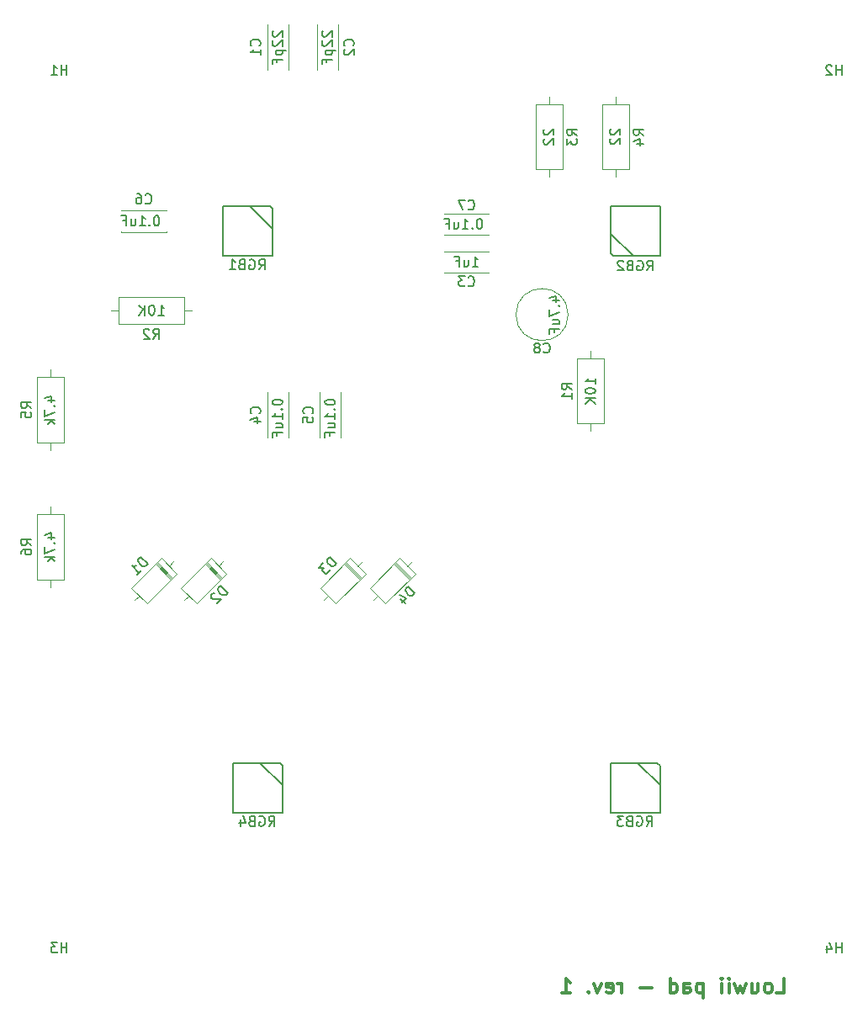
<source format=gbo>
G04 #@! TF.GenerationSoftware,KiCad,Pcbnew,(5.1.4)-1*
G04 #@! TF.CreationDate,2019-10-28T18:01:08-07:00*
G04 #@! TF.ProjectId,louwii-pad,6c6f7577-6969-42d7-9061-642e6b696361,rev?*
G04 #@! TF.SameCoordinates,Original*
G04 #@! TF.FileFunction,Legend,Bot*
G04 #@! TF.FilePolarity,Positive*
%FSLAX46Y46*%
G04 Gerber Fmt 4.6, Leading zero omitted, Abs format (unit mm)*
G04 Created by KiCad (PCBNEW (5.1.4)-1) date 2019-10-28 18:01:08*
%MOMM*%
%LPD*%
G04 APERTURE LIST*
%ADD10C,0.300000*%
%ADD11C,0.120000*%
%ADD12C,0.150000*%
%ADD13C,0.200000*%
G04 APERTURE END LIST*
D10*
X187192857Y-139478571D02*
X187907142Y-139478571D01*
X187907142Y-137978571D01*
X186478571Y-139478571D02*
X186621428Y-139407142D01*
X186692857Y-139335714D01*
X186764285Y-139192857D01*
X186764285Y-138764285D01*
X186692857Y-138621428D01*
X186621428Y-138550000D01*
X186478571Y-138478571D01*
X186264285Y-138478571D01*
X186121428Y-138550000D01*
X186050000Y-138621428D01*
X185978571Y-138764285D01*
X185978571Y-139192857D01*
X186050000Y-139335714D01*
X186121428Y-139407142D01*
X186264285Y-139478571D01*
X186478571Y-139478571D01*
X184692857Y-138478571D02*
X184692857Y-139478571D01*
X185335714Y-138478571D02*
X185335714Y-139264285D01*
X185264285Y-139407142D01*
X185121428Y-139478571D01*
X184907142Y-139478571D01*
X184764285Y-139407142D01*
X184692857Y-139335714D01*
X184121428Y-138478571D02*
X183835714Y-139478571D01*
X183550000Y-138764285D01*
X183264285Y-139478571D01*
X182978571Y-138478571D01*
X182407142Y-139478571D02*
X182407142Y-138478571D01*
X182407142Y-137978571D02*
X182478571Y-138050000D01*
X182407142Y-138121428D01*
X182335714Y-138050000D01*
X182407142Y-137978571D01*
X182407142Y-138121428D01*
X181692857Y-139478571D02*
X181692857Y-138478571D01*
X181692857Y-137978571D02*
X181764285Y-138050000D01*
X181692857Y-138121428D01*
X181621428Y-138050000D01*
X181692857Y-137978571D01*
X181692857Y-138121428D01*
X179835714Y-138478571D02*
X179835714Y-139978571D01*
X179835714Y-138550000D02*
X179692857Y-138478571D01*
X179407142Y-138478571D01*
X179264285Y-138550000D01*
X179192857Y-138621428D01*
X179121428Y-138764285D01*
X179121428Y-139192857D01*
X179192857Y-139335714D01*
X179264285Y-139407142D01*
X179407142Y-139478571D01*
X179692857Y-139478571D01*
X179835714Y-139407142D01*
X177835714Y-139478571D02*
X177835714Y-138692857D01*
X177907142Y-138550000D01*
X178050000Y-138478571D01*
X178335714Y-138478571D01*
X178478571Y-138550000D01*
X177835714Y-139407142D02*
X177978571Y-139478571D01*
X178335714Y-139478571D01*
X178478571Y-139407142D01*
X178550000Y-139264285D01*
X178550000Y-139121428D01*
X178478571Y-138978571D01*
X178335714Y-138907142D01*
X177978571Y-138907142D01*
X177835714Y-138835714D01*
X176478571Y-139478571D02*
X176478571Y-137978571D01*
X176478571Y-139407142D02*
X176621428Y-139478571D01*
X176907142Y-139478571D01*
X177050000Y-139407142D01*
X177121428Y-139335714D01*
X177192857Y-139192857D01*
X177192857Y-138764285D01*
X177121428Y-138621428D01*
X177050000Y-138550000D01*
X176907142Y-138478571D01*
X176621428Y-138478571D01*
X176478571Y-138550000D01*
X174621428Y-138907142D02*
X173478571Y-138907142D01*
X171621428Y-139478571D02*
X171621428Y-138478571D01*
X171621428Y-138764285D02*
X171550000Y-138621428D01*
X171478571Y-138550000D01*
X171335714Y-138478571D01*
X171192857Y-138478571D01*
X170121428Y-139407142D02*
X170264285Y-139478571D01*
X170550000Y-139478571D01*
X170692857Y-139407142D01*
X170764285Y-139264285D01*
X170764285Y-138692857D01*
X170692857Y-138550000D01*
X170550000Y-138478571D01*
X170264285Y-138478571D01*
X170121428Y-138550000D01*
X170050000Y-138692857D01*
X170050000Y-138835714D01*
X170764285Y-138978571D01*
X169550000Y-138478571D02*
X169192857Y-139478571D01*
X168835714Y-138478571D01*
X168264285Y-139335714D02*
X168192857Y-139407142D01*
X168264285Y-139478571D01*
X168335714Y-139407142D01*
X168264285Y-139335714D01*
X168264285Y-139478571D01*
X165621428Y-139478571D02*
X166478571Y-139478571D01*
X166050000Y-139478571D02*
X166050000Y-137978571D01*
X166192857Y-138192857D01*
X166335714Y-138335714D01*
X166478571Y-138407142D01*
D11*
X125263030Y-95703051D02*
X126846949Y-97286970D01*
X126846949Y-97286970D02*
X123848816Y-100285103D01*
X123848816Y-100285103D02*
X122264897Y-98701184D01*
X122264897Y-98701184D02*
X125263030Y-95703051D01*
X126514609Y-96035391D02*
X126054990Y-96495010D01*
X122597237Y-99952763D02*
X123056857Y-99493143D01*
X124753913Y-96212168D02*
X126337832Y-97796087D01*
X124669060Y-96297021D02*
X126252979Y-97880940D01*
X124838766Y-96127315D02*
X126422685Y-97711234D01*
X129838766Y-96127315D02*
X131422685Y-97711234D01*
X129669060Y-96297021D02*
X131252979Y-97880940D01*
X129753913Y-96212168D02*
X131337832Y-97796087D01*
X127597237Y-99952763D02*
X128056857Y-99493143D01*
X131514609Y-96035391D02*
X131054990Y-96495010D01*
X127264897Y-98701184D02*
X130263030Y-95703051D01*
X128848816Y-100285103D02*
X127264897Y-98701184D01*
X131846949Y-97286970D02*
X128848816Y-100285103D01*
X130263030Y-95703051D02*
X131846949Y-97286970D01*
X144263030Y-95703051D02*
X145846949Y-97286970D01*
X145846949Y-97286970D02*
X142848816Y-100285103D01*
X142848816Y-100285103D02*
X141264897Y-98701184D01*
X141264897Y-98701184D02*
X144263030Y-95703051D01*
X145514609Y-96035391D02*
X145054990Y-96495010D01*
X141597237Y-99952763D02*
X142056857Y-99493143D01*
X143753913Y-96212168D02*
X145337832Y-97796087D01*
X143669060Y-96297021D02*
X145252979Y-97880940D01*
X143838766Y-96127315D02*
X145422685Y-97711234D01*
X148838766Y-96127315D02*
X150422685Y-97711234D01*
X148669060Y-96297021D02*
X150252979Y-97880940D01*
X148753913Y-96212168D02*
X150337832Y-97796087D01*
X146597237Y-99952763D02*
X147056857Y-99493143D01*
X150514609Y-96035391D02*
X150054990Y-96495010D01*
X146264897Y-98701184D02*
X149263030Y-95703051D01*
X147848816Y-100285103D02*
X146264897Y-98701184D01*
X150846949Y-97286970D02*
X147848816Y-100285103D01*
X149263030Y-95703051D02*
X150846949Y-97286970D01*
X168500000Y-82920000D02*
X168500000Y-82150000D01*
X168500000Y-74840000D02*
X168500000Y-75610000D01*
X167130000Y-82150000D02*
X167130000Y-75610000D01*
X169870000Y-82150000D02*
X167130000Y-82150000D01*
X169870000Y-75610000D02*
X169870000Y-82150000D01*
X167130000Y-75610000D02*
X169870000Y-75610000D01*
X121010000Y-72170000D02*
X121010000Y-69430000D01*
X121010000Y-69430000D02*
X127550000Y-69430000D01*
X127550000Y-69430000D02*
X127550000Y-72170000D01*
X127550000Y-72170000D02*
X121010000Y-72170000D01*
X120240000Y-70800000D02*
X121010000Y-70800000D01*
X128320000Y-70800000D02*
X127550000Y-70800000D01*
X164300000Y-49280000D02*
X164300000Y-50050000D01*
X164300000Y-57360000D02*
X164300000Y-56590000D01*
X165670000Y-50050000D02*
X165670000Y-56590000D01*
X162930000Y-50050000D02*
X165670000Y-50050000D01*
X162930000Y-56590000D02*
X162930000Y-50050000D01*
X165670000Y-56590000D02*
X162930000Y-56590000D01*
X172370000Y-56590000D02*
X169630000Y-56590000D01*
X169630000Y-56590000D02*
X169630000Y-50050000D01*
X169630000Y-50050000D02*
X172370000Y-50050000D01*
X172370000Y-50050000D02*
X172370000Y-56590000D01*
X171000000Y-57360000D02*
X171000000Y-56590000D01*
X171000000Y-49280000D02*
X171000000Y-50050000D01*
X114100000Y-84820000D02*
X114100000Y-84050000D01*
X114100000Y-76740000D02*
X114100000Y-77510000D01*
X112730000Y-84050000D02*
X112730000Y-77510000D01*
X115470000Y-84050000D02*
X112730000Y-84050000D01*
X115470000Y-77510000D02*
X115470000Y-84050000D01*
X112730000Y-77510000D02*
X115470000Y-77510000D01*
X112730000Y-91310000D02*
X115470000Y-91310000D01*
X115470000Y-91310000D02*
X115470000Y-97850000D01*
X115470000Y-97850000D02*
X112730000Y-97850000D01*
X112730000Y-97850000D02*
X112730000Y-91310000D01*
X114100000Y-90540000D02*
X114100000Y-91310000D01*
X114100000Y-98620000D02*
X114100000Y-97850000D01*
X138055000Y-46570000D02*
X138070000Y-46570000D01*
X135930000Y-46570000D02*
X135945000Y-46570000D01*
X138055000Y-42030000D02*
X138070000Y-42030000D01*
X135930000Y-42030000D02*
X135945000Y-42030000D01*
X138070000Y-42030000D02*
X138070000Y-46570000D01*
X135930000Y-42030000D02*
X135930000Y-46570000D01*
X143070000Y-46570000D02*
X143070000Y-42030000D01*
X140930000Y-46570000D02*
X140930000Y-42030000D01*
X143070000Y-46570000D02*
X143055000Y-46570000D01*
X140945000Y-46570000D02*
X140930000Y-46570000D01*
X143070000Y-42030000D02*
X143055000Y-42030000D01*
X140945000Y-42030000D02*
X140930000Y-42030000D01*
X153730000Y-66970000D02*
X158270000Y-66970000D01*
X153730000Y-64830000D02*
X158270000Y-64830000D01*
X153730000Y-66970000D02*
X153730000Y-66955000D01*
X153730000Y-64845000D02*
X153730000Y-64830000D01*
X158270000Y-66970000D02*
X158270000Y-66955000D01*
X158270000Y-64845000D02*
X158270000Y-64830000D01*
X138055000Y-83570000D02*
X138070000Y-83570000D01*
X135930000Y-83570000D02*
X135945000Y-83570000D01*
X138055000Y-79030000D02*
X138070000Y-79030000D01*
X135930000Y-79030000D02*
X135945000Y-79030000D01*
X138070000Y-79030000D02*
X138070000Y-83570000D01*
X135930000Y-79030000D02*
X135930000Y-83570000D01*
X141230000Y-79030000D02*
X141230000Y-83570000D01*
X143370000Y-79030000D02*
X143370000Y-83570000D01*
X141230000Y-79030000D02*
X141245000Y-79030000D01*
X143355000Y-79030000D02*
X143370000Y-79030000D01*
X141230000Y-83570000D02*
X141245000Y-83570000D01*
X143355000Y-83570000D02*
X143370000Y-83570000D01*
X121230000Y-62855000D02*
X121230000Y-62870000D01*
X121230000Y-60730000D02*
X121230000Y-60745000D01*
X125770000Y-62855000D02*
X125770000Y-62870000D01*
X125770000Y-60730000D02*
X125770000Y-60745000D01*
X125770000Y-62870000D02*
X121230000Y-62870000D01*
X125770000Y-60730000D02*
X121230000Y-60730000D01*
X153730000Y-63170000D02*
X158270000Y-63170000D01*
X153730000Y-61030000D02*
X158270000Y-61030000D01*
X153730000Y-63170000D02*
X153730000Y-63155000D01*
X153730000Y-61045000D02*
X153730000Y-61030000D01*
X158270000Y-63170000D02*
X158270000Y-63155000D01*
X158270000Y-61045000D02*
X158270000Y-61030000D01*
X166220000Y-71200000D02*
G75*
G03X166220000Y-71200000I-2620000J0D01*
G01*
D12*
X134200000Y-60300000D02*
X136500000Y-62550000D01*
D13*
X136200000Y-60300000D02*
X131500000Y-60300000D01*
X136500000Y-60550000D02*
X136500000Y-65300000D01*
X136200000Y-60300000D02*
X136500000Y-60550000D01*
X131500000Y-65300000D02*
X136500000Y-65300000D01*
X131500640Y-60300640D02*
X131500640Y-65299360D01*
X175499360Y-65299360D02*
X175499360Y-60300640D01*
X175500000Y-60300000D02*
X170500000Y-60300000D01*
X170800000Y-65300000D02*
X170500000Y-65050000D01*
X170500000Y-65050000D02*
X170500000Y-60300000D01*
X170800000Y-65300000D02*
X175500000Y-65300000D01*
D12*
X172800000Y-65300000D02*
X170500000Y-63050000D01*
D13*
X170500640Y-116300640D02*
X170500640Y-121299360D01*
X170500000Y-121300000D02*
X175500000Y-121300000D01*
X175200000Y-116300000D02*
X175500000Y-116550000D01*
X175500000Y-116550000D02*
X175500000Y-121300000D01*
X175200000Y-116300000D02*
X170500000Y-116300000D01*
D12*
X173200000Y-116300000D02*
X175500000Y-118550000D01*
X135200000Y-116300000D02*
X137500000Y-118550000D01*
D13*
X137200000Y-116300000D02*
X132500000Y-116300000D01*
X137500000Y-116550000D02*
X137500000Y-121300000D01*
X137200000Y-116300000D02*
X137500000Y-116550000D01*
X132500000Y-121300000D02*
X137500000Y-121300000D01*
X132500640Y-116300640D02*
X132500640Y-121299360D01*
D12*
X123898650Y-96292979D02*
X123191544Y-95585872D01*
X123023185Y-95754231D01*
X122955841Y-95888918D01*
X122955841Y-96023605D01*
X122989513Y-96124620D01*
X123090528Y-96292979D01*
X123191544Y-96393994D01*
X123359902Y-96495010D01*
X123460918Y-96528681D01*
X123595605Y-96528681D01*
X123730292Y-96461338D01*
X123898650Y-96292979D01*
X122821154Y-97370475D02*
X123225215Y-96966414D01*
X123023185Y-97168445D02*
X122316078Y-96461338D01*
X122484437Y-96495010D01*
X122619124Y-96495010D01*
X122720139Y-96461338D01*
X131941793Y-99197969D02*
X131234687Y-98490862D01*
X131066328Y-98659221D01*
X130998984Y-98793908D01*
X130998984Y-98928595D01*
X131032656Y-99029610D01*
X131133671Y-99197969D01*
X131234687Y-99298984D01*
X131403045Y-99400000D01*
X131504061Y-99433671D01*
X131638748Y-99433671D01*
X131773435Y-99366328D01*
X131941793Y-99197969D01*
X130628595Y-99231641D02*
X130561251Y-99231641D01*
X130460236Y-99265312D01*
X130291877Y-99433671D01*
X130258206Y-99534687D01*
X130258206Y-99602030D01*
X130291877Y-99703045D01*
X130359221Y-99770389D01*
X130493908Y-99837732D01*
X131302030Y-99837732D01*
X130864297Y-100275465D01*
X142898650Y-96292979D02*
X142191544Y-95585872D01*
X142023185Y-95754231D01*
X141955841Y-95888918D01*
X141955841Y-96023605D01*
X141989513Y-96124620D01*
X142090528Y-96292979D01*
X142191544Y-96393994D01*
X142359902Y-96495010D01*
X142460918Y-96528681D01*
X142595605Y-96528681D01*
X142730292Y-96461338D01*
X142898650Y-96292979D01*
X141551780Y-96225635D02*
X141114047Y-96663368D01*
X141619124Y-96697040D01*
X141518108Y-96798055D01*
X141484437Y-96899071D01*
X141484437Y-96966414D01*
X141518108Y-97067429D01*
X141686467Y-97235788D01*
X141787482Y-97269460D01*
X141854826Y-97269460D01*
X141955841Y-97235788D01*
X142157872Y-97033758D01*
X142191544Y-96932742D01*
X142191544Y-96865399D01*
X150816793Y-99272969D02*
X150109687Y-98565862D01*
X149941328Y-98734221D01*
X149873984Y-98868908D01*
X149873984Y-99003595D01*
X149907656Y-99104610D01*
X150008671Y-99272969D01*
X150109687Y-99373984D01*
X150278045Y-99475000D01*
X150379061Y-99508671D01*
X150513748Y-99508671D01*
X150648435Y-99441328D01*
X150816793Y-99272969D01*
X149335236Y-99811717D02*
X149806641Y-100283122D01*
X149234221Y-99373984D02*
X149907656Y-99710702D01*
X149469923Y-100148435D01*
X166582380Y-78713333D02*
X166106190Y-78380000D01*
X166582380Y-78141904D02*
X165582380Y-78141904D01*
X165582380Y-78522857D01*
X165630000Y-78618095D01*
X165677619Y-78665714D01*
X165772857Y-78713333D01*
X165915714Y-78713333D01*
X166010952Y-78665714D01*
X166058571Y-78618095D01*
X166106190Y-78522857D01*
X166106190Y-78141904D01*
X166582380Y-79665714D02*
X166582380Y-79094285D01*
X166582380Y-79380000D02*
X165582380Y-79380000D01*
X165725238Y-79284761D01*
X165820476Y-79189523D01*
X165868095Y-79094285D01*
X168952380Y-78189523D02*
X168952380Y-77618095D01*
X168952380Y-77903809D02*
X167952380Y-77903809D01*
X168095238Y-77808571D01*
X168190476Y-77713333D01*
X168238095Y-77618095D01*
X167952380Y-78808571D02*
X167952380Y-78903809D01*
X168000000Y-78999047D01*
X168047619Y-79046666D01*
X168142857Y-79094285D01*
X168333333Y-79141904D01*
X168571428Y-79141904D01*
X168761904Y-79094285D01*
X168857142Y-79046666D01*
X168904761Y-78999047D01*
X168952380Y-78903809D01*
X168952380Y-78808571D01*
X168904761Y-78713333D01*
X168857142Y-78665714D01*
X168761904Y-78618095D01*
X168571428Y-78570476D01*
X168333333Y-78570476D01*
X168142857Y-78618095D01*
X168047619Y-78665714D01*
X168000000Y-78713333D01*
X167952380Y-78808571D01*
X168952380Y-79570476D02*
X167952380Y-79570476D01*
X168952380Y-80141904D02*
X168380952Y-79713333D01*
X167952380Y-80141904D02*
X168523809Y-79570476D01*
X124446666Y-73622380D02*
X124780000Y-73146190D01*
X125018095Y-73622380D02*
X125018095Y-72622380D01*
X124637142Y-72622380D01*
X124541904Y-72670000D01*
X124494285Y-72717619D01*
X124446666Y-72812857D01*
X124446666Y-72955714D01*
X124494285Y-73050952D01*
X124541904Y-73098571D01*
X124637142Y-73146190D01*
X125018095Y-73146190D01*
X124065714Y-72717619D02*
X124018095Y-72670000D01*
X123922857Y-72622380D01*
X123684761Y-72622380D01*
X123589523Y-72670000D01*
X123541904Y-72717619D01*
X123494285Y-72812857D01*
X123494285Y-72908095D01*
X123541904Y-73050952D01*
X124113333Y-73622380D01*
X123494285Y-73622380D01*
X124970476Y-71252380D02*
X125541904Y-71252380D01*
X125256190Y-71252380D02*
X125256190Y-70252380D01*
X125351428Y-70395238D01*
X125446666Y-70490476D01*
X125541904Y-70538095D01*
X124351428Y-70252380D02*
X124256190Y-70252380D01*
X124160952Y-70300000D01*
X124113333Y-70347619D01*
X124065714Y-70442857D01*
X124018095Y-70633333D01*
X124018095Y-70871428D01*
X124065714Y-71061904D01*
X124113333Y-71157142D01*
X124160952Y-71204761D01*
X124256190Y-71252380D01*
X124351428Y-71252380D01*
X124446666Y-71204761D01*
X124494285Y-71157142D01*
X124541904Y-71061904D01*
X124589523Y-70871428D01*
X124589523Y-70633333D01*
X124541904Y-70442857D01*
X124494285Y-70347619D01*
X124446666Y-70300000D01*
X124351428Y-70252380D01*
X123589523Y-71252380D02*
X123589523Y-70252380D01*
X123018095Y-71252380D02*
X123446666Y-70680952D01*
X123018095Y-70252380D02*
X123589523Y-70823809D01*
X167122380Y-53153333D02*
X166646190Y-52820000D01*
X167122380Y-52581904D02*
X166122380Y-52581904D01*
X166122380Y-52962857D01*
X166170000Y-53058095D01*
X166217619Y-53105714D01*
X166312857Y-53153333D01*
X166455714Y-53153333D01*
X166550952Y-53105714D01*
X166598571Y-53058095D01*
X166646190Y-52962857D01*
X166646190Y-52581904D01*
X166122380Y-53486666D02*
X166122380Y-54105714D01*
X166503333Y-53772380D01*
X166503333Y-53915238D01*
X166550952Y-54010476D01*
X166598571Y-54058095D01*
X166693809Y-54105714D01*
X166931904Y-54105714D01*
X167027142Y-54058095D01*
X167074761Y-54010476D01*
X167122380Y-53915238D01*
X167122380Y-53629523D01*
X167074761Y-53534285D01*
X167027142Y-53486666D01*
X163847619Y-52558095D02*
X163800000Y-52605714D01*
X163752380Y-52700952D01*
X163752380Y-52939047D01*
X163800000Y-53034285D01*
X163847619Y-53081904D01*
X163942857Y-53129523D01*
X164038095Y-53129523D01*
X164180952Y-53081904D01*
X164752380Y-52510476D01*
X164752380Y-53129523D01*
X163847619Y-53510476D02*
X163800000Y-53558095D01*
X163752380Y-53653333D01*
X163752380Y-53891428D01*
X163800000Y-53986666D01*
X163847619Y-54034285D01*
X163942857Y-54081904D01*
X164038095Y-54081904D01*
X164180952Y-54034285D01*
X164752380Y-53462857D01*
X164752380Y-54081904D01*
X173822380Y-53153333D02*
X173346190Y-52820000D01*
X173822380Y-52581904D02*
X172822380Y-52581904D01*
X172822380Y-52962857D01*
X172870000Y-53058095D01*
X172917619Y-53105714D01*
X173012857Y-53153333D01*
X173155714Y-53153333D01*
X173250952Y-53105714D01*
X173298571Y-53058095D01*
X173346190Y-52962857D01*
X173346190Y-52581904D01*
X173155714Y-54010476D02*
X173822380Y-54010476D01*
X172774761Y-53772380D02*
X173489047Y-53534285D01*
X173489047Y-54153333D01*
X170547619Y-52538095D02*
X170500000Y-52585714D01*
X170452380Y-52680952D01*
X170452380Y-52919047D01*
X170500000Y-53014285D01*
X170547619Y-53061904D01*
X170642857Y-53109523D01*
X170738095Y-53109523D01*
X170880952Y-53061904D01*
X171452380Y-52490476D01*
X171452380Y-53109523D01*
X170547619Y-53490476D02*
X170500000Y-53538095D01*
X170452380Y-53633333D01*
X170452380Y-53871428D01*
X170500000Y-53966666D01*
X170547619Y-54014285D01*
X170642857Y-54061904D01*
X170738095Y-54061904D01*
X170880952Y-54014285D01*
X171452380Y-53442857D01*
X171452380Y-54061904D01*
X112182380Y-80613333D02*
X111706190Y-80280000D01*
X112182380Y-80041904D02*
X111182380Y-80041904D01*
X111182380Y-80422857D01*
X111230000Y-80518095D01*
X111277619Y-80565714D01*
X111372857Y-80613333D01*
X111515714Y-80613333D01*
X111610952Y-80565714D01*
X111658571Y-80518095D01*
X111706190Y-80422857D01*
X111706190Y-80041904D01*
X111182380Y-81518095D02*
X111182380Y-81041904D01*
X111658571Y-80994285D01*
X111610952Y-81041904D01*
X111563333Y-81137142D01*
X111563333Y-81375238D01*
X111610952Y-81470476D01*
X111658571Y-81518095D01*
X111753809Y-81565714D01*
X111991904Y-81565714D01*
X112087142Y-81518095D01*
X112134761Y-81470476D01*
X112182380Y-81375238D01*
X112182380Y-81137142D01*
X112134761Y-81041904D01*
X112087142Y-80994285D01*
X113885714Y-79871428D02*
X114552380Y-79871428D01*
X113504761Y-79633333D02*
X114219047Y-79395238D01*
X114219047Y-80014285D01*
X114457142Y-80395238D02*
X114504761Y-80442857D01*
X114552380Y-80395238D01*
X114504761Y-80347619D01*
X114457142Y-80395238D01*
X114552380Y-80395238D01*
X113552380Y-80776190D02*
X113552380Y-81442857D01*
X114552380Y-81014285D01*
X114552380Y-81823809D02*
X113552380Y-81823809D01*
X114171428Y-81919047D02*
X114552380Y-82204761D01*
X113885714Y-82204761D02*
X114266666Y-81823809D01*
X112182380Y-94413333D02*
X111706190Y-94080000D01*
X112182380Y-93841904D02*
X111182380Y-93841904D01*
X111182380Y-94222857D01*
X111230000Y-94318095D01*
X111277619Y-94365714D01*
X111372857Y-94413333D01*
X111515714Y-94413333D01*
X111610952Y-94365714D01*
X111658571Y-94318095D01*
X111706190Y-94222857D01*
X111706190Y-93841904D01*
X111182380Y-95270476D02*
X111182380Y-95080000D01*
X111230000Y-94984761D01*
X111277619Y-94937142D01*
X111420476Y-94841904D01*
X111610952Y-94794285D01*
X111991904Y-94794285D01*
X112087142Y-94841904D01*
X112134761Y-94889523D01*
X112182380Y-94984761D01*
X112182380Y-95175238D01*
X112134761Y-95270476D01*
X112087142Y-95318095D01*
X111991904Y-95365714D01*
X111753809Y-95365714D01*
X111658571Y-95318095D01*
X111610952Y-95270476D01*
X111563333Y-95175238D01*
X111563333Y-94984761D01*
X111610952Y-94889523D01*
X111658571Y-94841904D01*
X111753809Y-94794285D01*
X113885714Y-93651428D02*
X114552380Y-93651428D01*
X113504761Y-93413333D02*
X114219047Y-93175238D01*
X114219047Y-93794285D01*
X114457142Y-94175238D02*
X114504761Y-94222857D01*
X114552380Y-94175238D01*
X114504761Y-94127619D01*
X114457142Y-94175238D01*
X114552380Y-94175238D01*
X113552380Y-94556190D02*
X113552380Y-95222857D01*
X114552380Y-94794285D01*
X114552380Y-95603809D02*
X113552380Y-95603809D01*
X114171428Y-95699047D02*
X114552380Y-95984761D01*
X113885714Y-95984761D02*
X114266666Y-95603809D01*
X135157142Y-44133333D02*
X135204761Y-44085714D01*
X135252380Y-43942857D01*
X135252380Y-43847619D01*
X135204761Y-43704761D01*
X135109523Y-43609523D01*
X135014285Y-43561904D01*
X134823809Y-43514285D01*
X134680952Y-43514285D01*
X134490476Y-43561904D01*
X134395238Y-43609523D01*
X134300000Y-43704761D01*
X134252380Y-43847619D01*
X134252380Y-43942857D01*
X134300000Y-44085714D01*
X134347619Y-44133333D01*
X135252380Y-45085714D02*
X135252380Y-44514285D01*
X135252380Y-44800000D02*
X134252380Y-44800000D01*
X134395238Y-44704761D01*
X134490476Y-44609523D01*
X134538095Y-44514285D01*
X136547619Y-42657142D02*
X136500000Y-42704761D01*
X136452380Y-42800000D01*
X136452380Y-43038095D01*
X136500000Y-43133333D01*
X136547619Y-43180952D01*
X136642857Y-43228571D01*
X136738095Y-43228571D01*
X136880952Y-43180952D01*
X137452380Y-42609523D01*
X137452380Y-43228571D01*
X136547619Y-43609523D02*
X136500000Y-43657142D01*
X136452380Y-43752380D01*
X136452380Y-43990476D01*
X136500000Y-44085714D01*
X136547619Y-44133333D01*
X136642857Y-44180952D01*
X136738095Y-44180952D01*
X136880952Y-44133333D01*
X137452380Y-43561904D01*
X137452380Y-44180952D01*
X136785714Y-44609523D02*
X137785714Y-44609523D01*
X136833333Y-44609523D02*
X136785714Y-44704761D01*
X136785714Y-44895238D01*
X136833333Y-44990476D01*
X136880952Y-45038095D01*
X136976190Y-45085714D01*
X137261904Y-45085714D01*
X137357142Y-45038095D01*
X137404761Y-44990476D01*
X137452380Y-44895238D01*
X137452380Y-44704761D01*
X137404761Y-44609523D01*
X136928571Y-45847619D02*
X136928571Y-45514285D01*
X137452380Y-45514285D02*
X136452380Y-45514285D01*
X136452380Y-45990476D01*
X144557142Y-44133333D02*
X144604761Y-44085714D01*
X144652380Y-43942857D01*
X144652380Y-43847619D01*
X144604761Y-43704761D01*
X144509523Y-43609523D01*
X144414285Y-43561904D01*
X144223809Y-43514285D01*
X144080952Y-43514285D01*
X143890476Y-43561904D01*
X143795238Y-43609523D01*
X143700000Y-43704761D01*
X143652380Y-43847619D01*
X143652380Y-43942857D01*
X143700000Y-44085714D01*
X143747619Y-44133333D01*
X143747619Y-44514285D02*
X143700000Y-44561904D01*
X143652380Y-44657142D01*
X143652380Y-44895238D01*
X143700000Y-44990476D01*
X143747619Y-45038095D01*
X143842857Y-45085714D01*
X143938095Y-45085714D01*
X144080952Y-45038095D01*
X144652380Y-44466666D01*
X144652380Y-45085714D01*
X141547619Y-42657142D02*
X141500000Y-42704761D01*
X141452380Y-42800000D01*
X141452380Y-43038095D01*
X141500000Y-43133333D01*
X141547619Y-43180952D01*
X141642857Y-43228571D01*
X141738095Y-43228571D01*
X141880952Y-43180952D01*
X142452380Y-42609523D01*
X142452380Y-43228571D01*
X141547619Y-43609523D02*
X141500000Y-43657142D01*
X141452380Y-43752380D01*
X141452380Y-43990476D01*
X141500000Y-44085714D01*
X141547619Y-44133333D01*
X141642857Y-44180952D01*
X141738095Y-44180952D01*
X141880952Y-44133333D01*
X142452380Y-43561904D01*
X142452380Y-44180952D01*
X141785714Y-44609523D02*
X142785714Y-44609523D01*
X141833333Y-44609523D02*
X141785714Y-44704761D01*
X141785714Y-44895238D01*
X141833333Y-44990476D01*
X141880952Y-45038095D01*
X141976190Y-45085714D01*
X142261904Y-45085714D01*
X142357142Y-45038095D01*
X142404761Y-44990476D01*
X142452380Y-44895238D01*
X142452380Y-44704761D01*
X142404761Y-44609523D01*
X141928571Y-45847619D02*
X141928571Y-45514285D01*
X142452380Y-45514285D02*
X141452380Y-45514285D01*
X141452380Y-45990476D01*
X156166666Y-68257142D02*
X156214285Y-68304761D01*
X156357142Y-68352380D01*
X156452380Y-68352380D01*
X156595238Y-68304761D01*
X156690476Y-68209523D01*
X156738095Y-68114285D01*
X156785714Y-67923809D01*
X156785714Y-67780952D01*
X156738095Y-67590476D01*
X156690476Y-67495238D01*
X156595238Y-67400000D01*
X156452380Y-67352380D01*
X156357142Y-67352380D01*
X156214285Y-67400000D01*
X156166666Y-67447619D01*
X155833333Y-67352380D02*
X155214285Y-67352380D01*
X155547619Y-67733333D01*
X155404761Y-67733333D01*
X155309523Y-67780952D01*
X155261904Y-67828571D01*
X155214285Y-67923809D01*
X155214285Y-68161904D01*
X155261904Y-68257142D01*
X155309523Y-68304761D01*
X155404761Y-68352380D01*
X155690476Y-68352380D01*
X155785714Y-68304761D01*
X155833333Y-68257142D01*
X156595238Y-66352380D02*
X157166666Y-66352380D01*
X156880952Y-66352380D02*
X156880952Y-65352380D01*
X156976190Y-65495238D01*
X157071428Y-65590476D01*
X157166666Y-65638095D01*
X155738095Y-65685714D02*
X155738095Y-66352380D01*
X156166666Y-65685714D02*
X156166666Y-66209523D01*
X156119047Y-66304761D01*
X156023809Y-66352380D01*
X155880952Y-66352380D01*
X155785714Y-66304761D01*
X155738095Y-66257142D01*
X154928571Y-65828571D02*
X155261904Y-65828571D01*
X155261904Y-66352380D02*
X155261904Y-65352380D01*
X154785714Y-65352380D01*
X135157142Y-81133333D02*
X135204761Y-81085714D01*
X135252380Y-80942857D01*
X135252380Y-80847619D01*
X135204761Y-80704761D01*
X135109523Y-80609523D01*
X135014285Y-80561904D01*
X134823809Y-80514285D01*
X134680952Y-80514285D01*
X134490476Y-80561904D01*
X134395238Y-80609523D01*
X134300000Y-80704761D01*
X134252380Y-80847619D01*
X134252380Y-80942857D01*
X134300000Y-81085714D01*
X134347619Y-81133333D01*
X134585714Y-81990476D02*
X135252380Y-81990476D01*
X134204761Y-81752380D02*
X134919047Y-81514285D01*
X134919047Y-82133333D01*
X136452380Y-79957142D02*
X136452380Y-80052380D01*
X136500000Y-80147619D01*
X136547619Y-80195238D01*
X136642857Y-80242857D01*
X136833333Y-80290476D01*
X137071428Y-80290476D01*
X137261904Y-80242857D01*
X137357142Y-80195238D01*
X137404761Y-80147619D01*
X137452380Y-80052380D01*
X137452380Y-79957142D01*
X137404761Y-79861904D01*
X137357142Y-79814285D01*
X137261904Y-79766666D01*
X137071428Y-79719047D01*
X136833333Y-79719047D01*
X136642857Y-79766666D01*
X136547619Y-79814285D01*
X136500000Y-79861904D01*
X136452380Y-79957142D01*
X137357142Y-80719047D02*
X137404761Y-80766666D01*
X137452380Y-80719047D01*
X137404761Y-80671428D01*
X137357142Y-80719047D01*
X137452380Y-80719047D01*
X137452380Y-81719047D02*
X137452380Y-81147619D01*
X137452380Y-81433333D02*
X136452380Y-81433333D01*
X136595238Y-81338095D01*
X136690476Y-81242857D01*
X136738095Y-81147619D01*
X136785714Y-82576190D02*
X137452380Y-82576190D01*
X136785714Y-82147619D02*
X137309523Y-82147619D01*
X137404761Y-82195238D01*
X137452380Y-82290476D01*
X137452380Y-82433333D01*
X137404761Y-82528571D01*
X137357142Y-82576190D01*
X136928571Y-83385714D02*
X136928571Y-83052380D01*
X137452380Y-83052380D02*
X136452380Y-83052380D01*
X136452380Y-83528571D01*
X140457142Y-81133333D02*
X140504761Y-81085714D01*
X140552380Y-80942857D01*
X140552380Y-80847619D01*
X140504761Y-80704761D01*
X140409523Y-80609523D01*
X140314285Y-80561904D01*
X140123809Y-80514285D01*
X139980952Y-80514285D01*
X139790476Y-80561904D01*
X139695238Y-80609523D01*
X139600000Y-80704761D01*
X139552380Y-80847619D01*
X139552380Y-80942857D01*
X139600000Y-81085714D01*
X139647619Y-81133333D01*
X139552380Y-82038095D02*
X139552380Y-81561904D01*
X140028571Y-81514285D01*
X139980952Y-81561904D01*
X139933333Y-81657142D01*
X139933333Y-81895238D01*
X139980952Y-81990476D01*
X140028571Y-82038095D01*
X140123809Y-82085714D01*
X140361904Y-82085714D01*
X140457142Y-82038095D01*
X140504761Y-81990476D01*
X140552380Y-81895238D01*
X140552380Y-81657142D01*
X140504761Y-81561904D01*
X140457142Y-81514285D01*
X141752380Y-79957142D02*
X141752380Y-80052380D01*
X141800000Y-80147619D01*
X141847619Y-80195238D01*
X141942857Y-80242857D01*
X142133333Y-80290476D01*
X142371428Y-80290476D01*
X142561904Y-80242857D01*
X142657142Y-80195238D01*
X142704761Y-80147619D01*
X142752380Y-80052380D01*
X142752380Y-79957142D01*
X142704761Y-79861904D01*
X142657142Y-79814285D01*
X142561904Y-79766666D01*
X142371428Y-79719047D01*
X142133333Y-79719047D01*
X141942857Y-79766666D01*
X141847619Y-79814285D01*
X141800000Y-79861904D01*
X141752380Y-79957142D01*
X142657142Y-80719047D02*
X142704761Y-80766666D01*
X142752380Y-80719047D01*
X142704761Y-80671428D01*
X142657142Y-80719047D01*
X142752380Y-80719047D01*
X142752380Y-81719047D02*
X142752380Y-81147619D01*
X142752380Y-81433333D02*
X141752380Y-81433333D01*
X141895238Y-81338095D01*
X141990476Y-81242857D01*
X142038095Y-81147619D01*
X142085714Y-82576190D02*
X142752380Y-82576190D01*
X142085714Y-82147619D02*
X142609523Y-82147619D01*
X142704761Y-82195238D01*
X142752380Y-82290476D01*
X142752380Y-82433333D01*
X142704761Y-82528571D01*
X142657142Y-82576190D01*
X142228571Y-83385714D02*
X142228571Y-83052380D01*
X142752380Y-83052380D02*
X141752380Y-83052380D01*
X141752380Y-83528571D01*
X123666666Y-59957142D02*
X123714285Y-60004761D01*
X123857142Y-60052380D01*
X123952380Y-60052380D01*
X124095238Y-60004761D01*
X124190476Y-59909523D01*
X124238095Y-59814285D01*
X124285714Y-59623809D01*
X124285714Y-59480952D01*
X124238095Y-59290476D01*
X124190476Y-59195238D01*
X124095238Y-59100000D01*
X123952380Y-59052380D01*
X123857142Y-59052380D01*
X123714285Y-59100000D01*
X123666666Y-59147619D01*
X122809523Y-59052380D02*
X123000000Y-59052380D01*
X123095238Y-59100000D01*
X123142857Y-59147619D01*
X123238095Y-59290476D01*
X123285714Y-59480952D01*
X123285714Y-59861904D01*
X123238095Y-59957142D01*
X123190476Y-60004761D01*
X123095238Y-60052380D01*
X122904761Y-60052380D01*
X122809523Y-60004761D01*
X122761904Y-59957142D01*
X122714285Y-59861904D01*
X122714285Y-59623809D01*
X122761904Y-59528571D01*
X122809523Y-59480952D01*
X122904761Y-59433333D01*
X123095238Y-59433333D01*
X123190476Y-59480952D01*
X123238095Y-59528571D01*
X123285714Y-59623809D01*
X124842857Y-61252380D02*
X124747619Y-61252380D01*
X124652380Y-61300000D01*
X124604761Y-61347619D01*
X124557142Y-61442857D01*
X124509523Y-61633333D01*
X124509523Y-61871428D01*
X124557142Y-62061904D01*
X124604761Y-62157142D01*
X124652380Y-62204761D01*
X124747619Y-62252380D01*
X124842857Y-62252380D01*
X124938095Y-62204761D01*
X124985714Y-62157142D01*
X125033333Y-62061904D01*
X125080952Y-61871428D01*
X125080952Y-61633333D01*
X125033333Y-61442857D01*
X124985714Y-61347619D01*
X124938095Y-61300000D01*
X124842857Y-61252380D01*
X124080952Y-62157142D02*
X124033333Y-62204761D01*
X124080952Y-62252380D01*
X124128571Y-62204761D01*
X124080952Y-62157142D01*
X124080952Y-62252380D01*
X123080952Y-62252380D02*
X123652380Y-62252380D01*
X123366666Y-62252380D02*
X123366666Y-61252380D01*
X123461904Y-61395238D01*
X123557142Y-61490476D01*
X123652380Y-61538095D01*
X122223809Y-61585714D02*
X122223809Y-62252380D01*
X122652380Y-61585714D02*
X122652380Y-62109523D01*
X122604761Y-62204761D01*
X122509523Y-62252380D01*
X122366666Y-62252380D01*
X122271428Y-62204761D01*
X122223809Y-62157142D01*
X121414285Y-61728571D02*
X121747619Y-61728571D01*
X121747619Y-62252380D02*
X121747619Y-61252380D01*
X121271428Y-61252380D01*
X156166666Y-60557142D02*
X156214285Y-60604761D01*
X156357142Y-60652380D01*
X156452380Y-60652380D01*
X156595238Y-60604761D01*
X156690476Y-60509523D01*
X156738095Y-60414285D01*
X156785714Y-60223809D01*
X156785714Y-60080952D01*
X156738095Y-59890476D01*
X156690476Y-59795238D01*
X156595238Y-59700000D01*
X156452380Y-59652380D01*
X156357142Y-59652380D01*
X156214285Y-59700000D01*
X156166666Y-59747619D01*
X155833333Y-59652380D02*
X155166666Y-59652380D01*
X155595238Y-60652380D01*
X157342857Y-61552380D02*
X157247619Y-61552380D01*
X157152380Y-61600000D01*
X157104761Y-61647619D01*
X157057142Y-61742857D01*
X157009523Y-61933333D01*
X157009523Y-62171428D01*
X157057142Y-62361904D01*
X157104761Y-62457142D01*
X157152380Y-62504761D01*
X157247619Y-62552380D01*
X157342857Y-62552380D01*
X157438095Y-62504761D01*
X157485714Y-62457142D01*
X157533333Y-62361904D01*
X157580952Y-62171428D01*
X157580952Y-61933333D01*
X157533333Y-61742857D01*
X157485714Y-61647619D01*
X157438095Y-61600000D01*
X157342857Y-61552380D01*
X156580952Y-62457142D02*
X156533333Y-62504761D01*
X156580952Y-62552380D01*
X156628571Y-62504761D01*
X156580952Y-62457142D01*
X156580952Y-62552380D01*
X155580952Y-62552380D02*
X156152380Y-62552380D01*
X155866666Y-62552380D02*
X155866666Y-61552380D01*
X155961904Y-61695238D01*
X156057142Y-61790476D01*
X156152380Y-61838095D01*
X154723809Y-61885714D02*
X154723809Y-62552380D01*
X155152380Y-61885714D02*
X155152380Y-62409523D01*
X155104761Y-62504761D01*
X155009523Y-62552380D01*
X154866666Y-62552380D01*
X154771428Y-62504761D01*
X154723809Y-62457142D01*
X153914285Y-62028571D02*
X154247619Y-62028571D01*
X154247619Y-62552380D02*
X154247619Y-61552380D01*
X153771428Y-61552380D01*
X163766666Y-74957142D02*
X163814285Y-75004761D01*
X163957142Y-75052380D01*
X164052380Y-75052380D01*
X164195238Y-75004761D01*
X164290476Y-74909523D01*
X164338095Y-74814285D01*
X164385714Y-74623809D01*
X164385714Y-74480952D01*
X164338095Y-74290476D01*
X164290476Y-74195238D01*
X164195238Y-74100000D01*
X164052380Y-74052380D01*
X163957142Y-74052380D01*
X163814285Y-74100000D01*
X163766666Y-74147619D01*
X163195238Y-74480952D02*
X163290476Y-74433333D01*
X163338095Y-74385714D01*
X163385714Y-74290476D01*
X163385714Y-74242857D01*
X163338095Y-74147619D01*
X163290476Y-74100000D01*
X163195238Y-74052380D01*
X163004761Y-74052380D01*
X162909523Y-74100000D01*
X162861904Y-74147619D01*
X162814285Y-74242857D01*
X162814285Y-74290476D01*
X162861904Y-74385714D01*
X162909523Y-74433333D01*
X163004761Y-74480952D01*
X163195238Y-74480952D01*
X163290476Y-74528571D01*
X163338095Y-74576190D01*
X163385714Y-74671428D01*
X163385714Y-74861904D01*
X163338095Y-74957142D01*
X163290476Y-75004761D01*
X163195238Y-75052380D01*
X163004761Y-75052380D01*
X162909523Y-75004761D01*
X162861904Y-74957142D01*
X162814285Y-74861904D01*
X162814285Y-74671428D01*
X162861904Y-74576190D01*
X162909523Y-74528571D01*
X163004761Y-74480952D01*
X164685714Y-69795238D02*
X165352380Y-69795238D01*
X164304761Y-69557142D02*
X165019047Y-69319047D01*
X165019047Y-69938095D01*
X165257142Y-70319047D02*
X165304761Y-70366666D01*
X165352380Y-70319047D01*
X165304761Y-70271428D01*
X165257142Y-70319047D01*
X165352380Y-70319047D01*
X164352380Y-70700000D02*
X164352380Y-71366666D01*
X165352380Y-70938095D01*
X164685714Y-72176190D02*
X165352380Y-72176190D01*
X164685714Y-71747619D02*
X165209523Y-71747619D01*
X165304761Y-71795238D01*
X165352380Y-71890476D01*
X165352380Y-72033333D01*
X165304761Y-72128571D01*
X165257142Y-72176190D01*
X164828571Y-72985714D02*
X164828571Y-72652380D01*
X165352380Y-72652380D02*
X164352380Y-72652380D01*
X164352380Y-73128571D01*
X115761904Y-47102380D02*
X115761904Y-46102380D01*
X115761904Y-46578571D02*
X115190476Y-46578571D01*
X115190476Y-47102380D02*
X115190476Y-46102380D01*
X114190476Y-47102380D02*
X114761904Y-47102380D01*
X114476190Y-47102380D02*
X114476190Y-46102380D01*
X114571428Y-46245238D01*
X114666666Y-46340476D01*
X114761904Y-46388095D01*
X193761904Y-47102380D02*
X193761904Y-46102380D01*
X193761904Y-46578571D02*
X193190476Y-46578571D01*
X193190476Y-47102380D02*
X193190476Y-46102380D01*
X192761904Y-46197619D02*
X192714285Y-46150000D01*
X192619047Y-46102380D01*
X192380952Y-46102380D01*
X192285714Y-46150000D01*
X192238095Y-46197619D01*
X192190476Y-46292857D01*
X192190476Y-46388095D01*
X192238095Y-46530952D01*
X192809523Y-47102380D01*
X192190476Y-47102380D01*
X115761904Y-135402380D02*
X115761904Y-134402380D01*
X115761904Y-134878571D02*
X115190476Y-134878571D01*
X115190476Y-135402380D02*
X115190476Y-134402380D01*
X114809523Y-134402380D02*
X114190476Y-134402380D01*
X114523809Y-134783333D01*
X114380952Y-134783333D01*
X114285714Y-134830952D01*
X114238095Y-134878571D01*
X114190476Y-134973809D01*
X114190476Y-135211904D01*
X114238095Y-135307142D01*
X114285714Y-135354761D01*
X114380952Y-135402380D01*
X114666666Y-135402380D01*
X114761904Y-135354761D01*
X114809523Y-135307142D01*
X193761904Y-135402380D02*
X193761904Y-134402380D01*
X193761904Y-134878571D02*
X193190476Y-134878571D01*
X193190476Y-135402380D02*
X193190476Y-134402380D01*
X192285714Y-134735714D02*
X192285714Y-135402380D01*
X192523809Y-134354761D02*
X192761904Y-135069047D01*
X192142857Y-135069047D01*
D13*
X135106666Y-66662380D02*
X135440000Y-66186190D01*
X135678095Y-66662380D02*
X135678095Y-65662380D01*
X135297142Y-65662380D01*
X135201904Y-65710000D01*
X135154285Y-65757619D01*
X135106666Y-65852857D01*
X135106666Y-65995714D01*
X135154285Y-66090952D01*
X135201904Y-66138571D01*
X135297142Y-66186190D01*
X135678095Y-66186190D01*
X134154285Y-65710000D02*
X134249523Y-65662380D01*
X134392380Y-65662380D01*
X134535238Y-65710000D01*
X134630476Y-65805238D01*
X134678095Y-65900476D01*
X134725714Y-66090952D01*
X134725714Y-66233809D01*
X134678095Y-66424285D01*
X134630476Y-66519523D01*
X134535238Y-66614761D01*
X134392380Y-66662380D01*
X134297142Y-66662380D01*
X134154285Y-66614761D01*
X134106666Y-66567142D01*
X134106666Y-66233809D01*
X134297142Y-66233809D01*
X133344761Y-66138571D02*
X133201904Y-66186190D01*
X133154285Y-66233809D01*
X133106666Y-66329047D01*
X133106666Y-66471904D01*
X133154285Y-66567142D01*
X133201904Y-66614761D01*
X133297142Y-66662380D01*
X133678095Y-66662380D01*
X133678095Y-65662380D01*
X133344761Y-65662380D01*
X133249523Y-65710000D01*
X133201904Y-65757619D01*
X133154285Y-65852857D01*
X133154285Y-65948095D01*
X133201904Y-66043333D01*
X133249523Y-66090952D01*
X133344761Y-66138571D01*
X133678095Y-66138571D01*
X132154285Y-66662380D02*
X132725714Y-66662380D01*
X132440000Y-66662380D02*
X132440000Y-65662380D01*
X132535238Y-65805238D01*
X132630476Y-65900476D01*
X132725714Y-65948095D01*
X174166666Y-66752380D02*
X174500000Y-66276190D01*
X174738095Y-66752380D02*
X174738095Y-65752380D01*
X174357142Y-65752380D01*
X174261904Y-65800000D01*
X174214285Y-65847619D01*
X174166666Y-65942857D01*
X174166666Y-66085714D01*
X174214285Y-66180952D01*
X174261904Y-66228571D01*
X174357142Y-66276190D01*
X174738095Y-66276190D01*
X173214285Y-65800000D02*
X173309523Y-65752380D01*
X173452380Y-65752380D01*
X173595238Y-65800000D01*
X173690476Y-65895238D01*
X173738095Y-65990476D01*
X173785714Y-66180952D01*
X173785714Y-66323809D01*
X173738095Y-66514285D01*
X173690476Y-66609523D01*
X173595238Y-66704761D01*
X173452380Y-66752380D01*
X173357142Y-66752380D01*
X173214285Y-66704761D01*
X173166666Y-66657142D01*
X173166666Y-66323809D01*
X173357142Y-66323809D01*
X172404761Y-66228571D02*
X172261904Y-66276190D01*
X172214285Y-66323809D01*
X172166666Y-66419047D01*
X172166666Y-66561904D01*
X172214285Y-66657142D01*
X172261904Y-66704761D01*
X172357142Y-66752380D01*
X172738095Y-66752380D01*
X172738095Y-65752380D01*
X172404761Y-65752380D01*
X172309523Y-65800000D01*
X172261904Y-65847619D01*
X172214285Y-65942857D01*
X172214285Y-66038095D01*
X172261904Y-66133333D01*
X172309523Y-66180952D01*
X172404761Y-66228571D01*
X172738095Y-66228571D01*
X171785714Y-65847619D02*
X171738095Y-65800000D01*
X171642857Y-65752380D01*
X171404761Y-65752380D01*
X171309523Y-65800000D01*
X171261904Y-65847619D01*
X171214285Y-65942857D01*
X171214285Y-66038095D01*
X171261904Y-66180952D01*
X171833333Y-66752380D01*
X171214285Y-66752380D01*
X174106666Y-122662380D02*
X174440000Y-122186190D01*
X174678095Y-122662380D02*
X174678095Y-121662380D01*
X174297142Y-121662380D01*
X174201904Y-121710000D01*
X174154285Y-121757619D01*
X174106666Y-121852857D01*
X174106666Y-121995714D01*
X174154285Y-122090952D01*
X174201904Y-122138571D01*
X174297142Y-122186190D01*
X174678095Y-122186190D01*
X173154285Y-121710000D02*
X173249523Y-121662380D01*
X173392380Y-121662380D01*
X173535238Y-121710000D01*
X173630476Y-121805238D01*
X173678095Y-121900476D01*
X173725714Y-122090952D01*
X173725714Y-122233809D01*
X173678095Y-122424285D01*
X173630476Y-122519523D01*
X173535238Y-122614761D01*
X173392380Y-122662380D01*
X173297142Y-122662380D01*
X173154285Y-122614761D01*
X173106666Y-122567142D01*
X173106666Y-122233809D01*
X173297142Y-122233809D01*
X172344761Y-122138571D02*
X172201904Y-122186190D01*
X172154285Y-122233809D01*
X172106666Y-122329047D01*
X172106666Y-122471904D01*
X172154285Y-122567142D01*
X172201904Y-122614761D01*
X172297142Y-122662380D01*
X172678095Y-122662380D01*
X172678095Y-121662380D01*
X172344761Y-121662380D01*
X172249523Y-121710000D01*
X172201904Y-121757619D01*
X172154285Y-121852857D01*
X172154285Y-121948095D01*
X172201904Y-122043333D01*
X172249523Y-122090952D01*
X172344761Y-122138571D01*
X172678095Y-122138571D01*
X171773333Y-121662380D02*
X171154285Y-121662380D01*
X171487619Y-122043333D01*
X171344761Y-122043333D01*
X171249523Y-122090952D01*
X171201904Y-122138571D01*
X171154285Y-122233809D01*
X171154285Y-122471904D01*
X171201904Y-122567142D01*
X171249523Y-122614761D01*
X171344761Y-122662380D01*
X171630476Y-122662380D01*
X171725714Y-122614761D01*
X171773333Y-122567142D01*
X136106666Y-122662380D02*
X136440000Y-122186190D01*
X136678095Y-122662380D02*
X136678095Y-121662380D01*
X136297142Y-121662380D01*
X136201904Y-121710000D01*
X136154285Y-121757619D01*
X136106666Y-121852857D01*
X136106666Y-121995714D01*
X136154285Y-122090952D01*
X136201904Y-122138571D01*
X136297142Y-122186190D01*
X136678095Y-122186190D01*
X135154285Y-121710000D02*
X135249523Y-121662380D01*
X135392380Y-121662380D01*
X135535238Y-121710000D01*
X135630476Y-121805238D01*
X135678095Y-121900476D01*
X135725714Y-122090952D01*
X135725714Y-122233809D01*
X135678095Y-122424285D01*
X135630476Y-122519523D01*
X135535238Y-122614761D01*
X135392380Y-122662380D01*
X135297142Y-122662380D01*
X135154285Y-122614761D01*
X135106666Y-122567142D01*
X135106666Y-122233809D01*
X135297142Y-122233809D01*
X134344761Y-122138571D02*
X134201904Y-122186190D01*
X134154285Y-122233809D01*
X134106666Y-122329047D01*
X134106666Y-122471904D01*
X134154285Y-122567142D01*
X134201904Y-122614761D01*
X134297142Y-122662380D01*
X134678095Y-122662380D01*
X134678095Y-121662380D01*
X134344761Y-121662380D01*
X134249523Y-121710000D01*
X134201904Y-121757619D01*
X134154285Y-121852857D01*
X134154285Y-121948095D01*
X134201904Y-122043333D01*
X134249523Y-122090952D01*
X134344761Y-122138571D01*
X134678095Y-122138571D01*
X133249523Y-121995714D02*
X133249523Y-122662380D01*
X133487619Y-121614761D02*
X133725714Y-122329047D01*
X133106666Y-122329047D01*
M02*

</source>
